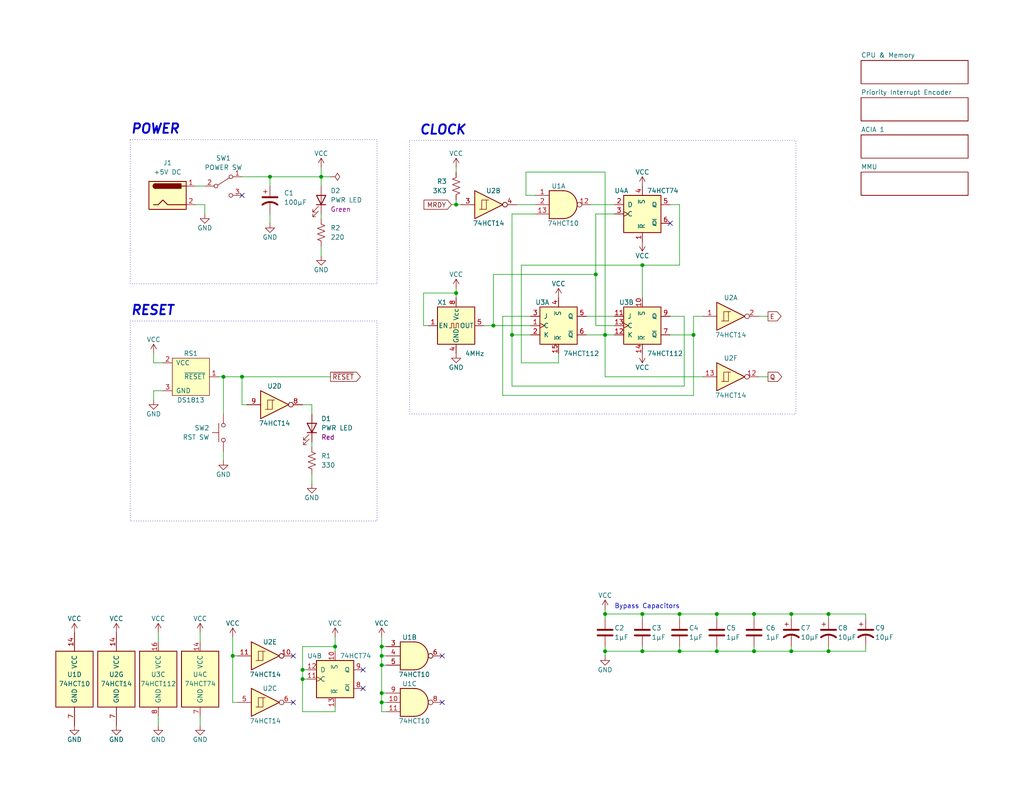
<source format=kicad_sch>
(kicad_sch (version 20230121) (generator eeschema)
  (paper "USLetter")
  (title_block (title "Power, Reset, Clock") (date "2024-01-16") (rev "1.0") (company "Frédéric Segard") (comment 1 "MicroHobbyist's Retro Homebrew Computers") (comment 2 "microhobbyist.com"))
  (lib_symbols
    (symbol "0_Library:DS1813" (pin_names (offset 1.016))
      (property "Reference" "RS" (at 0 2.54 0))
      (property "Value" "DS1813" (at 0 0 0))
      (symbol "DS1813_0_1"
        (rectangle (start 5.08 -1.27) (end -5.08 -11.43) (fill (type background)))
      )
      (symbol "DS1813_1_1"
        (pin output line (at 7.62 -6.35 180) (length 2.54) (name "~{RESET}") (number "1"))
        (pin input line (at -7.62 -2.54 0) (length 2.54) (name "VCC") (number "2"))
        (pin power_in line (at -7.62 -10.16 0) (length 2.54) (name "GND") (number "3"))
      )
    )
    (symbol "74xx:74HC74" (pin_names (offset 1.016))
      (property "Reference" "U" (at -7.62 8.89 0))
      (property "Value" "74HC74" (at -7.62 -8.89 0))
      (symbol "74HC74_1_0"
        (pin input line (at 0 -7.62 90) (length 2.54) (name "~{R}") (number "1"))
        (pin input line (at -7.62 2.54 0) (length 2.54) (name "D") (number "2"))
        (pin input clock (at -7.62 0 0) (length 2.54) (name "C") (number "3"))
        (pin input line (at 0 7.62 270) (length 2.54) (name "~{S}") (number "4"))
        (pin output line (at 7.62 2.54 180) (length 2.54) (name "Q") (number "5"))
        (pin output line (at 7.62 -2.54 180) (length 2.54) (name "~{Q}") (number "6"))
      )
      (symbol "74HC74_1_1"
        (rectangle (start -5.08 5.08) (end 5.08 -5.08) (stroke (width 0.254)) (fill (type background)))
      )
      (symbol "74HC74_2_0"
        (pin input line (at 0 7.62 270) (length 2.54) (name "~{S}") (number "10"))
        (pin input clock (at -7.62 0 0) (length 2.54) (name "C") (number "11"))
        (pin input line (at -7.62 2.54 0) (length 2.54) (name "D") (number "12"))
        (pin input line (at 0 -7.62 90) (length 2.54) (name "~{R}") (number "13"))
        (pin output line (at 7.62 -2.54 180) (length 2.54) (name "~{Q}") (number "8"))
        (pin output line (at 7.62 2.54 180) (length 2.54) (name "Q") (number "9"))
      )
      (symbol "74HC74_2_1"
        (rectangle (start -5.08 5.08) (end 5.08 -5.08) (stroke (width 0.254)) (fill (type background)))
      )
      (symbol "74HC74_3_0"
        (pin power_in line (at 0 10.16 270) (length 2.54) (name "VCC") (number "14"))
        (pin power_in line (at 0 -10.16 90) (length 2.54) (name "GND") (number "7"))
      )
      (symbol "74HC74_3_1"
        (rectangle (start -5.08 7.62) (end 5.08 -7.62) (stroke (width 0.254)) (fill (type background)))
      )
    )
    (symbol "74xx:74LS10" (pin_names (offset 1.016))
      (property "Reference" "U" (at 0 1.27 0))
      (property "Value" "74LS10" (at 0 -1.27 0))
      (symbol "74LS10_1_1"
        (arc (start 0 -3.81) (mid 3.7934 0) (end 0 3.81) (stroke (width 0.254)) (fill (type background)))
        (polyline (pts (xy 0 3.81) (xy -3.81 3.81) (xy -3.81 -3.81) (xy 0 -3.81)) (stroke (width 0.254)) (fill (type background)))
        (pin input line (at -7.62 2.54 0) (length 3.81) (name "~") (number "1"))
        (pin output inverted (at 7.62 0 180) (length 3.81) (name "~") (number "12"))
        (pin input line (at -7.62 -2.54 0) (length 3.81) (name "~") (number "13"))
        (pin input line (at -7.62 0 0) (length 3.81) (name "~") (number "2"))
      )
      (symbol "74LS10_1_2"
        (arc (start -3.81 -3.81) (mid -2.589 0) (end -3.81 3.81) (stroke (width 0.254)))
        (arc (start -0.6096 -3.81) (mid 2.1842 -2.5851) (end 3.81 0) (stroke (width 0.254)) (fill (type background)))
        (polyline (pts (xy -3.81 -3.81) (xy -0.635 -3.81)) (stroke (width 0.254)) (fill (type background)))
        (polyline (pts (xy -3.81 3.81) (xy -0.635 3.81)) (stroke (width 0.254)) (fill (type background)))
        (polyline (pts (xy -0.635 3.81) (xy -3.81 3.81) (xy -3.81 3.81) (xy -3.556 3.4036) (xy -3.0226 2.2606) (xy -2.6924 1.0414) (xy -2.6162 -0.254) (xy -2.7686 -1.4986) (xy -3.175 -2.7178) (xy -3.81 -3.81) (xy -3.81 -3.81) (xy -0.635 -3.81)) (stroke (width -25.4)) (fill (type background)))
        (arc (start 3.81 0) (mid 2.1915 2.5936) (end -0.6096 3.81) (stroke (width 0.254)) (fill (type background)))
        (pin input inverted (at -7.62 2.54 0) (length 4.318) (name "~") (number "1"))
        (pin output line (at 7.62 0 180) (length 3.81) (name "~") (number "12"))
        (pin input inverted (at -7.62 -2.54 0) (length 4.318) (name "~") (number "13"))
        (pin input inverted (at -7.62 0 0) (length 4.953) (name "~") (number "2"))
      )
      (symbol "74LS10_2_1"
        (arc (start 0 -3.81) (mid 3.7934 0) (end 0 3.81) (stroke (width 0.254)) (fill (type background)))
        (polyline (pts (xy 0 3.81) (xy -3.81 3.81) (xy -3.81 -3.81) (xy 0 -3.81)) (stroke (width 0.254)) (fill (type background)))
        (pin input line (at -7.62 2.54 0) (length 3.81) (name "~") (number "3"))
        (pin input line (at -7.62 0 0) (length 3.81) (name "~") (number "4"))
        (pin input line (at -7.62 -2.54 0) (length 3.81) (name "~") (number "5"))
        (pin output inverted (at 7.62 0 180) (length 3.81) (name "~") (number "6"))
      )
      (symbol "74LS10_2_2"
        (arc (start -3.81 -3.81) (mid -2.589 0) (end -3.81 3.81) (stroke (width 0.254)))
        (arc (start -0.6096 -3.81) (mid 2.1842 -2.5851) (end 3.81 0) (stroke (width 0.254)) (fill (type background)))
        (polyline (pts (xy -3.81 -3.81) (xy -0.635 -3.81)) (stroke (width 0.254)) (fill (type background)))
        (polyline (pts (xy -3.81 3.81) (xy -0.635 3.81)) (stroke (width 0.254)) (fill (type background)))
        (polyline (pts (xy -0.635 3.81) (xy -3.81 3.81) (xy -3.81 3.81) (xy -3.556 3.4036) (xy -3.0226 2.2606) (xy -2.6924 1.0414) (xy -2.6162 -0.254) (xy -2.7686 -1.4986) (xy -3.175 -2.7178) (xy -3.81 -3.81) (xy -3.81 -3.81) (xy -0.635 -3.81)) (stroke (width -25.4)) (fill (type background)))
        (arc (start 3.81 0) (mid 2.1915 2.5936) (end -0.6096 3.81) (stroke (width 0.254)) (fill (type background)))
        (pin input inverted (at -7.62 2.54 0) (length 4.318) (name "~") (number "3"))
        (pin input inverted (at -7.62 0 0) (length 4.953) (name "~") (number "4"))
        (pin input inverted (at -7.62 -2.54 0) (length 4.318) (name "~") (number "5"))
        (pin output line (at 7.62 0 180) (length 3.81) (name "~") (number "6"))
      )
      (symbol "74LS10_3_1"
        (arc (start 0 -3.81) (mid 3.7934 0) (end 0 3.81) (stroke (width 0.254)) (fill (type background)))
        (polyline (pts (xy 0 3.81) (xy -3.81 3.81) (xy -3.81 -3.81) (xy 0 -3.81)) (stroke (width 0.254)) (fill (type background)))
        (pin input line (at -7.62 0 0) (length 3.81) (name "~") (number "10"))
        (pin input line (at -7.62 -2.54 0) (length 3.81) (name "~") (number "11"))
        (pin output inverted (at 7.62 0 180) (length 3.81) (name "~") (number "8"))
        (pin input line (at -7.62 2.54 0) (length 3.81) (name "~") (number "9"))
      )
      (symbol "74LS10_3_2"
        (arc (start -3.81 -3.81) (mid -2.589 0) (end -3.81 3.81) (stroke (width 0.254)))
        (arc (start -0.6096 -3.81) (mid 2.1842 -2.5851) (end 3.81 0) (stroke (width 0.254)) (fill (type background)))
        (polyline (pts (xy -3.81 -3.81) (xy -0.635 -3.81)) (stroke (width 0.254)) (fill (type background)))
        (polyline (pts (xy -3.81 3.81) (xy -0.635 3.81)) (stroke (width 0.254)) (fill (type background)))
        (polyline (pts (xy -0.635 3.81) (xy -3.81 3.81) (xy -3.81 3.81) (xy -3.556 3.4036) (xy -3.0226 2.2606) (xy -2.6924 1.0414) (xy -2.6162 -0.254) (xy -2.7686 -1.4986) (xy -3.175 -2.7178) (xy -3.81 -3.81) (xy -3.81 -3.81) (xy -0.635 -3.81)) (stroke (width -25.4)) (fill (type background)))
        (arc (start 3.81 0) (mid 2.1915 2.5936) (end -0.6096 3.81) (stroke (width 0.254)) (fill (type background)))
        (pin input inverted (at -7.62 0 0) (length 4.953) (name "~") (number "10"))
        (pin input inverted (at -7.62 -2.54 0) (length 4.318) (name "~") (number "11"))
        (pin output line (at 7.62 0 180) (length 3.81) (name "~") (number "8"))
        (pin input inverted (at -7.62 2.54 0) (length 4.318) (name "~") (number "9"))
      )
      (symbol "74LS10_4_0"
        (pin power_in line (at 0 12.7 270) (length 5.08) (name "VCC") (number "14"))
        (pin power_in line (at 0 -12.7 90) (length 5.08) (name "GND") (number "7"))
      )
      (symbol "74LS10_4_1"
        (rectangle (start -5.08 7.62) (end 5.08 -7.62) (stroke (width 0.254)) (fill (type background)))
      )
    )
    (symbol "74xx:74LS112" (pin_names (offset 1.016))
      (property "Reference" "U" (at -7.62 8.89 0))
      (property "Value" "74LS112" (at -7.62 -8.89 0))
      (symbol "74LS112_1_0"
        (pin input clock (at -7.62 0 0) (length 2.54) (name "C") (number "1"))
        (pin input line (at 0 -7.62 90) (length 2.54) (name "~{R}") (number "15"))
        (pin input line (at -7.62 -2.54 0) (length 2.54) (name "K") (number "2"))
        (pin input line (at -7.62 2.54 0) (length 2.54) (name "J") (number "3"))
        (pin input line (at 0 7.62 270) (length 2.54) (name "~{S}") (number "4"))
        (pin output line (at 7.62 2.54 180) (length 2.54) (name "Q") (number "5"))
        (pin output line (at 7.62 -2.54 180) (length 2.54) (name "~{Q}") (number "6"))
      )
      (symbol "74LS112_1_1"
        (rectangle (start -5.08 5.08) (end 5.08 -5.08) (stroke (width 0.254)) (fill (type background)))
      )
      (symbol "74LS112_2_0"
        (pin input line (at 0 7.62 270) (length 2.54) (name "~{S}") (number "10"))
        (pin input line (at -7.62 2.54 0) (length 2.54) (name "J") (number "11"))
        (pin input line (at -7.62 -2.54 0) (length 2.54) (name "K") (number "12"))
        (pin input clock (at -7.62 0 0) (length 2.54) (name "C") (number "13"))
        (pin input line (at 0 -7.62 90) (length 2.54) (name "~{R}") (number "14"))
        (pin output line (at 7.62 -2.54 180) (length 2.54) (name "~{Q}") (number "7"))
        (pin output line (at 7.62 2.54 180) (length 2.54) (name "Q") (number "9"))
      )
      (symbol "74LS112_2_1"
        (rectangle (start -5.08 5.08) (end 5.08 -5.08) (stroke (width 0.254)) (fill (type background)))
      )
      (symbol "74LS112_3_0"
        (pin power_in line (at 0 10.16 270) (length 2.54) (name "VCC") (number "16"))
        (pin power_in line (at 0 -10.16 90) (length 2.54) (name "GND") (number "8"))
      )
      (symbol "74LS112_3_1"
        (rectangle (start -5.08 7.62) (end 5.08 -7.62) (stroke (width 0.254)) (fill (type background)))
      )
    )
    (symbol "74xx:74LS14" (pin_names (offset 1.016))
      (property "Reference" "U" (at 0 1.27 0))
      (property "Value" "74LS14" (at 0 -1.27 0))
      (symbol "74LS14_1_0"
        (polyline (pts (xy -3.81 3.81) (xy -3.81 -3.81) (xy 3.81 0) (xy -3.81 3.81)) (stroke (width 0.254)) (fill (type background)))
        (pin input line (at -7.62 0 0) (length 3.81) (name "~") (number "1"))
        (pin output inverted (at 7.62 0 180) (length 3.81) (name "~") (number "2"))
      )
      (symbol "74LS14_1_1"
        (polyline (pts (xy -1.905 -1.27) (xy -1.905 1.27) (xy -0.635 1.27)))
        (polyline (pts (xy -2.54 -1.27) (xy -0.635 -1.27) (xy -0.635 1.27) (xy 0 1.27)))
      )
      (symbol "74LS14_2_0"
        (polyline (pts (xy -3.81 3.81) (xy -3.81 -3.81) (xy 3.81 0) (xy -3.81 3.81)) (stroke (width 0.254)) (fill (type background)))
        (pin input line (at -7.62 0 0) (length 3.81) (name "~") (number "3"))
        (pin output inverted (at 7.62 0 180) (length 3.81) (name "~") (number "4"))
      )
      (symbol "74LS14_2_1"
        (polyline (pts (xy -1.905 -1.27) (xy -1.905 1.27) (xy -0.635 1.27)))
        (polyline (pts (xy -2.54 -1.27) (xy -0.635 -1.27) (xy -0.635 1.27) (xy 0 1.27)))
      )
      (symbol "74LS14_3_0"
        (polyline (pts (xy -3.81 3.81) (xy -3.81 -3.81) (xy 3.81 0) (xy -3.81 3.81)) (stroke (width 0.254)) (fill (type background)))
        (pin input line (at -7.62 0 0) (length 3.81) (name "~") (number "5"))
        (pin output inverted (at 7.62 0 180) (length 3.81) (name "~") (number "6"))
      )
      (symbol "74LS14_3_1"
        (polyline (pts (xy -1.905 -1.27) (xy -1.905 1.27) (xy -0.635 1.27)))
        (polyline (pts (xy -2.54 -1.27) (xy -0.635 -1.27) (xy -0.635 1.27) (xy 0 1.27)))
      )
      (symbol "74LS14_4_0"
        (polyline (pts (xy -3.81 3.81) (xy -3.81 -3.81) (xy 3.81 0) (xy -3.81 3.81)) (stroke (width 0.254)) (fill (type background)))
        (pin output inverted (at 7.62 0 180) (length 3.81) (name "~") (number "8"))
        (pin input line (at -7.62 0 0) (length 3.81) (name "~") (number "9"))
      )
      (symbol "74LS14_4_1"
        (polyline (pts (xy -1.905 -1.27) (xy -1.905 1.27) (xy -0.635 1.27)))
        (polyline (pts (xy -2.54 -1.27) (xy -0.635 -1.27) (xy -0.635 1.27) (xy 0 1.27)))
      )
      (symbol "74LS14_5_0"
        (polyline (pts (xy -3.81 3.81) (xy -3.81 -3.81) (xy 3.81 0) (xy -3.81 3.81)) (stroke (width 0.254)) (fill (type background)))
        (pin output inverted (at 7.62 0 180) (length 3.81) (name "~") (number "10"))
        (pin input line (at -7.62 0 0) (length 3.81) (name "~") (number "11"))
      )
      (symbol "74LS14_5_1"
        (polyline (pts (xy -1.905 -1.27) (xy -1.905 1.27) (xy -0.635 1.27)))
        (polyline (pts (xy -2.54 -1.27) (xy -0.635 -1.27) (xy -0.635 1.27) (xy 0 1.27)))
      )
      (symbol "74LS14_6_0"
        (polyline (pts (xy -3.81 3.81) (xy -3.81 -3.81) (xy 3.81 0) (xy -3.81 3.81)) (stroke (width 0.254)) (fill (type background)))
        (pin output inverted (at 7.62 0 180) (length 3.81) (name "~") (number "12"))
        (pin input line (at -7.62 0 0) (length 3.81) (name "~") (number "13"))
      )
      (symbol "74LS14_6_1"
        (polyline (pts (xy -1.905 -1.27) (xy -1.905 1.27) (xy -0.635 1.27)))
        (polyline (pts (xy -2.54 -1.27) (xy -0.635 -1.27) (xy -0.635 1.27) (xy 0 1.27)))
      )
      (symbol "74LS14_7_0"
        (pin power_in line (at 0 12.7 270) (length 5.08) (name "VCC") (number "14"))
        (pin power_in line (at 0 -12.7 90) (length 5.08) (name "GND") (number "7"))
      )
      (symbol "74LS14_7_1"
        (rectangle (start -5.08 7.62) (end 5.08 -7.62) (stroke (width 0.254)) (fill (type background)))
      )
    )
    (symbol "Connector:Barrel_Jack" (pin_names (offset 1.016))
      (property "Reference" "J" (at 0 5.334 0))
      (property "Value" "Barrel_Jack" (at 0 -5.08 0))
      (symbol "Barrel_Jack_0_1"
        (rectangle (start -5.08 3.81) (end 5.08 -3.81) (stroke (width 0.254)) (fill (type background)))
        (arc (start -3.302 3.175) (mid -3.9343 2.54) (end -3.302 1.905) (stroke (width 0.254)))
        (arc (start -3.302 3.175) (mid -3.9343 2.54) (end -3.302 1.905) (stroke (width 0.254)) (fill (type outline)))
        (polyline (pts (xy 5.08 2.54) (xy 3.81 2.54)) (stroke (width 0.254)))
        (polyline (pts (xy -3.81 -2.54) (xy -2.54 -2.54) (xy -1.27 -1.27) (xy 0 -2.54) (xy 2.54 -2.54) (xy 5.08 -2.54)) (stroke (width 0.254)))
        (rectangle (start 3.683 3.175) (end -3.302 1.905) (stroke (width 0.254)) (fill (type outline)))
      )
      (symbol "Barrel_Jack_1_1"
        (pin passive line (at 7.62 2.54 180) (length 2.54) (name "~") (number "1"))
        (pin passive line (at 7.62 -2.54 180) (length 2.54) (name "~") (number "2"))
      )
    )
    (symbol "Device:C" (pin_numbers hide) (pin_names (offset 0.254))
      (property "Reference" "C" (at 0.635 2.54 0))
      (property "Value" "C" (at 0.635 -2.54 0))
      (symbol "C_0_1"
        (polyline (pts (xy -2.032 -0.762) (xy 2.032 -0.762)) (stroke (width 0.508)))
        (polyline (pts (xy -2.032 0.762) (xy 2.032 0.762)) (stroke (width 0.508)))
      )
      (symbol "C_1_1"
        (pin passive line (at 0 3.81 270) (length 2.794) (name "~") (number "1"))
        (pin passive line (at 0 -3.81 90) (length 2.794) (name "~") (number "2"))
      )
    )
    (symbol "Device:C_Polarized_US" (pin_numbers hide) (pin_names (offset 0.254) hide)
      (property "Reference" "C" (at 0.635 2.54 0))
      (property "Value" "C_Polarized_US" (at 0.635 -2.54 0))
      (symbol "C_Polarized_US_0_1"
        (polyline (pts (xy -2.032 0.762) (xy 2.032 0.762)) (stroke (width 0.508)))
        (polyline (pts (xy -1.778 2.286) (xy -0.762 2.286)))
        (polyline (pts (xy -1.27 1.778) (xy -1.27 2.794)))
        (arc (start 2.032 -1.27) (mid 0 -0.5572) (end -2.032 -1.27) (stroke (width 0.508)))
      )
      (symbol "C_Polarized_US_1_1"
        (pin passive line (at 0 3.81 270) (length 2.794) (name "~") (number "1"))
        (pin passive line (at 0 -3.81 90) (length 3.302) (name "~") (number "2"))
      )
    )
    (symbol "Device:LED" (pin_numbers hide) (pin_names (offset 1.016) hide)
      (property "Reference" "D" (at 0 2.54 0))
      (property "Value" "LED" (at 0 -2.54 0))
      (symbol "LED_0_1"
        (polyline (pts (xy -1.27 -1.27) (xy -1.27 1.27)) (stroke (width 0.254)))
        (polyline (pts (xy -1.27 0) (xy 1.27 0)))
        (polyline (pts (xy 1.27 -1.27) (xy 1.27 1.27) (xy -1.27 0) (xy 1.27 -1.27)) (stroke (width 0.254)))
        (polyline (pts (xy -3.048 -0.762) (xy -4.572 -2.286) (xy -3.81 -2.286) (xy -4.572 -2.286) (xy -4.572 -1.524)))
        (polyline (pts (xy -1.778 -0.762) (xy -3.302 -2.286) (xy -2.54 -2.286) (xy -3.302 -2.286) (xy -3.302 -1.524)))
      )
      (symbol "LED_1_1"
        (pin passive line (at -3.81 0 0) (length 2.54) (name "K") (number "1"))
        (pin passive line (at 3.81 0 180) (length 2.54) (name "A") (number "2"))
      )
    )
    (symbol "Device:R_US" (pin_numbers hide) (pin_names (offset 0))
      (property "Reference" "R" (at 2.54 0 90))
      (property "Value" "R_US" (at -2.54 0 90))
      (symbol "R_US_0_1"
        (polyline (pts (xy 0 -2.286) (xy 0 -2.54)))
        (polyline (pts (xy 0 2.286) (xy 0 2.54)))
        (polyline (pts (xy 0 -0.762) (xy 1.016 -1.143) (xy 0 -1.524) (xy -1.016 -1.905) (xy 0 -2.286)))
        (polyline (pts (xy 0 0.762) (xy 1.016 0.381) (xy 0 0) (xy -1.016 -0.381) (xy 0 -0.762)))
        (polyline (pts (xy 0 2.286) (xy 1.016 1.905) (xy 0 1.524) (xy -1.016 1.143) (xy 0 0.762)))
      )
      (symbol "R_US_1_1"
        (pin passive line (at 0 3.81 270) (length 1.27) (name "~") (number "1"))
        (pin passive line (at 0 -3.81 90) (length 1.27) (name "~") (number "2"))
      )
    )
    (symbol "Oscillator:CXO_DIP8" (pin_names (offset 0.254))
      (property "Reference" "X" (at -5.08 6.35 0))
      (property "Value" "CXO_DIP8" (at 1.27 -6.35 0))
      (symbol "CXO_DIP8_0_1"
        (rectangle (start -5.08 5.08) (end 5.08 -5.08) (stroke (width 0.254)) (fill (type background)))
        (polyline (pts (xy -1.905 -0.635) (xy -1.27 -0.635) (xy -1.27 0.635) (xy -0.635 0.635) (xy -0.635 -0.635) (xy 0 -0.635) (xy 0 0.635) (xy 0.635 0.635) (xy 0.635 -0.635)))
      )
      (symbol "CXO_DIP8_1_1"
        (pin input line (at -7.62 0 0) (length 2.54) (name "EN") (number "1"))
        (pin power_in line (at 0 -7.62 90) (length 2.54) (name "GND") (number "4"))
        (pin output line (at 7.62 0 180) (length 2.54) (name "OUT") (number "5"))
        (pin power_in line (at 0 7.62 270) (length 2.54) (name "Vcc") (number "8"))
      )
    )
    (symbol "Switch:SW_Push" (pin_numbers hide) (pin_names (offset 1.016) hide)
      (property "Reference" "SW" (at 1.27 2.54 0))
      (property "Value" "SW_Push" (at 0 -1.524 0))
      (symbol "SW_Push_0_1"
        (circle (center -2.032 0) (radius 0.508))
        (polyline (pts (xy 0 1.27) (xy 0 3.048)))
        (polyline (pts (xy 2.54 1.27) (xy -2.54 1.27)))
        (circle (center 2.032 0) (radius 0.508))
        (pin passive line (at -5.08 0 0) (length 2.54) (name "1") (number "1"))
        (pin passive line (at 5.08 0 180) (length 2.54) (name "2") (number "2"))
      )
    )
    (symbol "Switch:SW_SPDT" (pin_names (offset 0) hide)
      (property "Reference" "SW" (at 0 4.318 0))
      (property "Value" "SW_SPDT" (at 0 -5.08 0))
      (symbol "SW_SPDT_0_0"
        (circle (center -2.032 0) (radius 0.508))
        (circle (center 2.032 -2.54) (radius 0.508))
      )
      (symbol "SW_SPDT_0_1"
        (polyline (pts (xy -1.524 0.254) (xy 1.651 2.286)))
        (circle (center 2.032 2.54) (radius 0.508))
      )
      (symbol "SW_SPDT_1_1"
        (pin passive line (at 5.08 2.54 180) (length 2.54) (name "A") (number "1"))
        (pin passive line (at -5.08 0 0) (length 2.54) (name "B") (number "2"))
        (pin passive line (at 5.08 -2.54 180) (length 2.54) (name "C") (number "3"))
      )
    )
    (symbol "power:GND" (power) (pin_names (offset 0))
      (property "Value" "GND" (at 0 -3.81 0))
      (symbol "GND_0_1"
        (polyline (pts (xy 0 0) (xy 0 -1.27) (xy 1.27 -1.27) (xy 0 -2.54) (xy -1.27 -1.27) (xy 0 -1.27)))
      )
      (symbol "GND_1_1"
        (pin power_in line (at 0 0 270) (length 0) hide (name "GND") (number "1"))
      )
    )
    (symbol "power:PWR_FLAG" (power) (pin_numbers hide) (pin_names (offset 0) hide)
      (property "Value" "PWR_FLAG" (at 0 3.81 0))
      (symbol "PWR_FLAG_0_0"
        (pin power_out line (at 0 0 90) (length 0) (name "pwr") (number "1"))
      )
      (symbol "PWR_FLAG_0_1"
        (polyline (pts (xy 0 0) (xy 0 1.27) (xy -1.016 1.905) (xy 0 2.54) (xy 1.016 1.905) (xy 0 1.27)))
      )
    )
    (symbol "power:VCC" (power) (pin_names (offset 0))
      (property "Value" "VCC" (at 0 3.81 0))
      (symbol "VCC_0_1"
        (polyline (pts (xy -0.762 1.27) (xy 0 2.54)))
        (polyline (pts (xy 0 0) (xy 0 2.54)))
        (polyline (pts (xy 0 2.54) (xy 0.762 1.27)))
      )
      (symbol "VCC_1_1"
        (pin power_in line (at 0 0 90) (length 0) hide (name "VCC") (number "1"))
      )
    )
  )
  (junction (at 185.42 167.64))
  (junction (at 104.14 179.07))
  (junction (at 104.14 191.77))
  (junction (at 139.7 91.44))
  (junction (at 226.06 167.64))
  (junction (at 104.14 181.61))
  (junction (at 205.74 177.8))
  (junction (at 60.96 102.87))
  (junction (at 175.26 72.39))
  (junction (at 104.14 189.23))
  (junction (at 165.1 91.44))
  (junction (at 185.42 177.8))
  (junction (at 205.74 167.64))
  (junction (at 162.56 74.93))
  (junction (at 87.63 48.26))
  (junction (at 189.23 91.44))
  (junction (at 175.26 177.8))
  (junction (at 165.1 177.8))
  (junction (at 66.04 102.87))
  (junction (at 63.5 179.07))
  (junction (at 91.44 176.53))
  (junction (at 124.46 80.01))
  (junction (at 134.62 88.9))
  (junction (at 215.9 167.64))
  (junction (at 165.1 167.64))
  (junction (at 82.55 185.42))
  (junction (at 73.66 48.26))
  (junction (at 195.58 177.8))
  (junction (at 215.9 177.8))
  (junction (at 195.58 167.64))
  (junction (at 226.06 177.8))
  (junction (at 82.55 182.88))
  (junction (at 175.26 167.64))
  (junction (at 104.14 176.53))
  (junction (at 124.46 55.88))
  (no_connect (at 80.01 179.07))
  (no_connect (at 120.65 191.77))
  (no_connect (at 80.01 191.77))
  (no_connect (at 120.65 179.07))
  (no_connect (at 99.06 187.96))
  (no_connect (at 66.04 53.34))
  (no_connect (at 99.06 182.88))
  (no_connect (at 182.88 60.96))
  (wire (pts (xy 236.22 176.53) (xy 236.22 177.8)))
  (wire (pts (xy 63.5 173.99) (xy 63.5 179.07)))
  (wire (pts (xy 215.9 177.8) (xy 226.06 177.8)))
  (wire (pts (xy 43.18 195.58) (xy 43.18 198.12)))
  (wire (pts (xy 104.14 189.23) (xy 105.41 189.23)))
  (wire (pts (xy 207.01 102.87) (xy 209.55 102.87)))
  (wire (pts (xy 137.16 86.36) (xy 137.16 107.95)))
  (wire (pts (xy 87.63 48.26) (xy 73.66 48.26)))
  (wire (pts (xy 87.63 58.42) (xy 87.63 59.69)))
  (wire (pts (xy 91.44 194.31) (xy 82.55 194.31)))
  (wire (pts (xy 63.5 179.07) (xy 63.5 191.77)))
  (wire (pts (xy 186.69 86.36) (xy 186.69 105.41)))
  (wire (pts (xy 182.88 86.36) (xy 186.69 86.36)))
  (wire (pts (xy 175.26 167.64) (xy 185.42 167.64)))
  (wire (pts (xy 87.63 48.26) (xy 87.63 50.8)))
  (wire (pts (xy 165.1 91.44) (xy 165.1 46.99)))
  (wire (pts (xy 161.29 55.88) (xy 167.64 55.88)))
  (wire (pts (xy 124.46 78.74) (xy 124.46 80.01)))
  (wire (pts (xy 165.1 177.8) (xy 175.26 177.8)))
  (wire (pts (xy 87.63 67.31) (xy 87.63 69.85)))
  (wire (pts (xy 143.51 53.34) (xy 146.05 53.34)))
  (wire (pts (xy 85.09 129.54) (xy 85.09 132.08)))
  (wire (pts (xy 189.23 91.44) (xy 182.88 91.44)))
  (wire (pts (xy 104.14 181.61) (xy 104.14 179.07)))
  (wire (pts (xy 104.14 181.61) (xy 105.41 181.61)))
  (wire (pts (xy 186.69 105.41) (xy 139.7 105.41)))
  (wire (pts (xy 207.01 86.36) (xy 209.55 86.36)))
  (wire (pts (xy 205.74 167.64) (xy 205.74 168.91)))
  (wire (pts (xy 43.18 172.72) (xy 43.18 175.26)))
  (wire (pts (xy 142.24 99.06) (xy 142.24 72.39)))
  (wire (pts (xy 105.41 194.31) (xy 104.14 194.31)))
  (wire (pts (xy 66.04 102.87) (xy 66.04 110.49)))
  (wire (pts (xy 44.45 99.06) (xy 41.91 99.06)))
  (wire (pts (xy 167.64 88.9) (xy 162.56 88.9)))
  (wire (pts (xy 195.58 167.64) (xy 205.74 167.64)))
  (wire (pts (xy 152.4 96.52) (xy 152.4 99.06)))
  (wire (pts (xy 185.42 55.88) (xy 182.88 55.88)))
  (wire (pts (xy 82.55 176.53) (xy 91.44 176.53)))
  (wire (pts (xy 54.61 172.72) (xy 54.61 175.26)))
  (wire (pts (xy 134.62 88.9) (xy 144.78 88.9)))
  (wire (pts (xy 104.14 176.53) (xy 105.41 176.53)))
  (wire (pts (xy 139.7 91.44) (xy 139.7 58.42)))
  (wire (pts (xy 82.55 182.88) (xy 83.82 182.88)))
  (wire (pts (xy 143.51 46.99) (xy 143.51 53.34)))
  (wire (pts (xy 236.22 167.64) (xy 236.22 168.91)))
  (wire (pts (xy 54.61 195.58) (xy 54.61 198.12)))
  (wire (pts (xy 142.24 72.39) (xy 175.26 72.39)))
  (wire (pts (xy 82.55 110.49) (xy 85.09 110.49)))
  (wire (pts (xy 87.63 45.72) (xy 87.63 48.26)))
  (wire (pts (xy 53.34 55.88) (xy 55.88 55.88)))
  (wire (pts (xy 185.42 167.64) (xy 185.42 168.91)))
  (wire (pts (xy 165.1 177.8) (xy 165.1 179.07)))
  (wire (pts (xy 60.96 102.87) (xy 60.96 113.03)))
  (wire (pts (xy 215.9 177.8) (xy 205.74 177.8)))
  (wire (pts (xy 104.14 189.23) (xy 104.14 181.61)))
  (wire (pts (xy 162.56 58.42) (xy 162.56 74.93)))
  (wire (pts (xy 139.7 58.42) (xy 146.05 58.42)))
  (wire (pts (xy 124.46 55.88) (xy 125.73 55.88)))
  (wire (pts (xy 144.78 86.36) (xy 137.16 86.36)))
  (wire (pts (xy 165.1 176.53) (xy 165.1 177.8)))
  (wire (pts (xy 124.46 54.61) (xy 124.46 55.88)))
  (wire (pts (xy 162.56 58.42) (xy 167.64 58.42)))
  (wire (pts (xy 195.58 167.64) (xy 195.58 168.91)))
  (wire (pts (xy 82.55 194.31) (xy 82.55 185.42)))
  (wire (pts (xy 41.91 99.06) (xy 41.91 96.52)))
  (wire (pts (xy 226.06 167.64) (xy 226.06 168.91)))
  (wire (pts (xy 63.5 191.77) (xy 64.77 191.77)))
  (wire (pts (xy 226.06 167.64) (xy 236.22 167.64)))
  (wire (pts (xy 123.19 55.88) (xy 124.46 55.88)))
  (wire (pts (xy 85.09 110.49) (xy 85.09 113.03)))
  (wire (pts (xy 73.66 58.42) (xy 73.66 60.96)))
  (wire (pts (xy 91.44 176.53) (xy 91.44 173.99)))
  (wire (pts (xy 165.1 167.64) (xy 175.26 167.64)))
  (wire (pts (xy 175.26 176.53) (xy 175.26 177.8)))
  (wire (pts (xy 215.9 168.91) (xy 215.9 167.64)))
  (wire (pts (xy 185.42 177.8) (xy 195.58 177.8)))
  (wire (pts (xy 175.26 167.64) (xy 175.26 168.91)))
  (wire (pts (xy 137.16 107.95) (xy 189.23 107.95)))
  (wire (pts (xy 60.96 102.87) (xy 59.69 102.87)))
  (wire (pts (xy 134.62 74.93) (xy 162.56 74.93)))
  (wire (pts (xy 175.26 177.8) (xy 185.42 177.8)))
  (wire (pts (xy 189.23 107.95) (xy 189.23 91.44)))
  (wire (pts (xy 91.44 193.04) (xy 91.44 194.31)))
  (wire (pts (xy 140.97 55.88) (xy 146.05 55.88)))
  (wire (pts (xy 162.56 88.9) (xy 162.56 74.93)))
  (wire (pts (xy 185.42 176.53) (xy 185.42 177.8)))
  (wire (pts (xy 165.1 102.87) (xy 165.1 91.44)))
  (wire (pts (xy 189.23 86.36) (xy 191.77 86.36)))
  (wire (pts (xy 104.14 194.31) (xy 104.14 191.77)))
  (wire (pts (xy 160.02 86.36) (xy 167.64 86.36)))
  (wire (pts (xy 60.96 102.87) (xy 66.04 102.87)))
  (wire (pts (xy 165.1 46.99) (xy 143.51 46.99)))
  (wire (pts (xy 191.77 102.87) (xy 165.1 102.87)))
  (wire (pts (xy 104.14 191.77) (xy 105.41 191.77)))
  (wire (pts (xy 66.04 102.87) (xy 90.17 102.87)))
  (wire (pts (xy 152.4 99.06) (xy 142.24 99.06)))
  (wire (pts (xy 175.26 72.39) (xy 185.42 72.39)))
  (wire (pts (xy 160.02 91.44) (xy 165.1 91.44)))
  (wire (pts (xy 124.46 80.01) (xy 124.46 81.28)))
  (wire (pts (xy 115.57 88.9) (xy 115.57 80.01)))
  (wire (pts (xy 139.7 91.44) (xy 144.78 91.44)))
  (wire (pts (xy 67.31 110.49) (xy 66.04 110.49)))
  (wire (pts (xy 60.96 123.19) (xy 60.96 125.73)))
  (wire (pts (xy 134.62 74.93) (xy 134.62 88.9)))
  (wire (pts (xy 115.57 80.01) (xy 124.46 80.01)))
  (wire (pts (xy 185.42 167.64) (xy 195.58 167.64)))
  (wire (pts (xy 175.26 72.39) (xy 175.26 81.28)))
  (wire (pts (xy 215.9 167.64) (xy 226.06 167.64)))
  (wire (pts (xy 185.42 72.39) (xy 185.42 55.88)))
  (wire (pts (xy 215.9 176.53) (xy 215.9 177.8)))
  (wire (pts (xy 195.58 177.8) (xy 205.74 177.8)))
  (wire (pts (xy 91.44 176.53) (xy 91.44 177.8)))
  (wire (pts (xy 215.9 167.64) (xy 205.74 167.64)))
  (wire (pts (xy 85.09 120.65) (xy 85.09 121.92)))
  (wire (pts (xy 116.84 88.9) (xy 115.57 88.9)))
  (wire (pts (xy 87.63 48.26) (xy 90.17 48.26)))
  (wire (pts (xy 124.46 45.72) (xy 124.46 46.99)))
  (wire (pts (xy 226.06 176.53) (xy 226.06 177.8)))
  (wire (pts (xy 44.45 106.68) (xy 41.91 106.68)))
  (wire (pts (xy 82.55 185.42) (xy 83.82 185.42)))
  (wire (pts (xy 139.7 105.41) (xy 139.7 91.44)))
  (wire (pts (xy 165.1 167.64) (xy 165.1 168.91)))
  (wire (pts (xy 104.14 173.99) (xy 104.14 176.53)))
  (wire (pts (xy 82.55 182.88) (xy 82.55 176.53)))
  (wire (pts (xy 41.91 106.68) (xy 41.91 109.22)))
  (wire (pts (xy 82.55 185.42) (xy 82.55 182.88)))
  (wire (pts (xy 63.5 179.07) (xy 64.77 179.07)))
  (wire (pts (xy 66.04 48.26) (xy 73.66 48.26)))
  (wire (pts (xy 55.88 55.88) (xy 55.88 58.42)))
  (wire (pts (xy 189.23 86.36) (xy 189.23 91.44)))
  (wire (pts (xy 195.58 176.53) (xy 195.58 177.8)))
  (wire (pts (xy 53.34 50.8) (xy 55.88 50.8)))
  (wire (pts (xy 165.1 166.37) (xy 165.1 167.64)))
  (wire (pts (xy 104.14 179.07) (xy 104.14 176.53)))
  (wire (pts (xy 104.14 179.07) (xy 105.41 179.07)))
  (wire (pts (xy 73.66 48.26) (xy 73.66 50.8)))
  (wire (pts (xy 104.14 191.77) (xy 104.14 189.23)))
  (wire (pts (xy 132.08 88.9) (xy 134.62 88.9)))
  (wire (pts (xy 165.1 91.44) (xy 167.64 91.44)))
  (wire (pts (xy 226.06 177.8) (xy 236.22 177.8)))
  (wire (pts (xy 205.74 176.53) (xy 205.74 177.8)))
  (rectangle (start 35.56 38.1) (end 102.87 77.47) (stroke (width 0) (type dot)))
  (rectangle (start 111.76 38.354) (end 217.17 113.03) (stroke (width 0) (type dot)))
  (rectangle (start 35.56 87.63) (end 102.87 142.24) (stroke (width 0) (type dot)))
  (text "RESET" (at 35.56 86.36 0) (effects (font (size 2.54 2.54) (thickness 0.508) bold italic) (justify left bottom)))
  (text "Bypass Capacitors" (at 167.64 166.37 0) (effects (font (size 1.27 1.27)) (justify left bottom)))
  (text "CLOCK" (at 114.3 37.084 0) (effects (font (size 2.54 2.54) (thickness 0.508) bold italic) (justify left bottom)))
  (text "POWER" (at 35.56 36.83 0) (effects (font (size 2.54 2.54) (thickness 0.508) bold italic) (justify left bottom)))
  (global_label "MRDY" (shape input) (at 123.19 55.88 180) (property "Intersheetrefs" "${INTERSHEET_REFS}" (effects hide)))
  (global_label "~{RESET}" (shape output) (at 90.17 102.87 0) (property "Intersheetrefs" "${INTERSHEET_REFS}" (effects hide)))
  (global_label "E" (shape output) (at 209.55 86.36 0) (property "Intersheetrefs" "${INTERSHEET_REFS}" (effects hide)))
  (global_label "Q" (shape output) (at 209.55 102.87 0) (property "Intersheetrefs" "${INTERSHEET_REFS}" (effects hide)))
  (symbol (lib_id "Device:R_US") (at 85.09 125.73 0) (unit 1)
    (property "Reference" "R1" (at 87.63 124.46 0) (effects (justify left)))
    (property "Value" "330" (at 87.63 127 0) (effects (justify left)))
  )
  (symbol (lib_id "Device:C") (at 165.1 172.72 0) (unit 1)
    (property "Reference" "C2" (at 167.64 171.45 0) (effects (justify left)))
    (property "Value" "1µF" (at 167.64 173.99 0) (effects (justify left)))
  )
  (symbol (lib_id "power:GND") (at 43.18 198.12 0) (mirror y) (unit 1)
    (property "Reference" "#PWR08" (effects hide))
    (property "Value" "GND" (at 43.18 201.93 0))
  )
  (symbol (lib_id "74xx:74LS14") (at 74.93 110.49 0) (unit 4)
    (property "Reference" "U2" (at 74.93 105.41 0))
    (property "Value" "74HCT14" (at 74.93 115.57 0))
    (property "Datasheet" "http://www.ti.com/lit/gpn/sn74LS14" (effects hide))
  )
  (symbol (lib_id "74xx:74LS14") (at 31.75 185.42 0) (mirror y) (unit 7)
    (property "Reference" "U2" (at 31.75 184.15 0))
    (property "Value" "74HCT14" (at 31.75 186.69 0))
    (property "Datasheet" "http://www.ti.com/lit/gpn/sn74LS14" (effects hide))
  )
  (symbol (lib_id "74xx:74HC74") (at 175.26 58.42 0) (unit 1)
    (property "Reference" "U4" (at 167.64 52.07 0) (effects (justify left)))
    (property "Value" "74HCT74" (at 176.53 52.07 0) (effects (justify left)))
    (property "Datasheet" "74xx/74hc_hct74.pdf" (effects hide))
  )
  (symbol (lib_id "power:GND") (at 31.75 198.12 0) (mirror y) (unit 1)
    (property "Reference" "#PWR04" (effects hide))
    (property "Value" "GND" (at 31.75 201.93 0))
  )
  (symbol (lib_id "power:VCC") (at 175.26 96.52 180) (unit 1)
    (property "Reference" "#PWR028" (effects hide))
    (property "Value" "VCC" (at 175.26 100.33 0))
  )
  (symbol (lib_id "power:VCC") (at 104.14 173.99 0) (unit 1)
    (property "Reference" "#PWR019" (effects hide))
    (property "Value" "VCC" (at 104.14 170.18 0))
  )
  (symbol (lib_id "power:GND") (at 87.63 69.85 0) (unit 1)
    (property "Reference" "#PWR017" (effects hide))
    (property "Value" "GND" (at 87.63 73.66 0))
  )
  (symbol (lib_id "74xx:74LS14") (at 199.39 102.87 0) (unit 6)
    (property "Reference" "U2" (at 199.39 97.79 0))
    (property "Value" "74HCT14" (at 199.39 107.95 0))
    (property "Datasheet" "http://www.ti.com/lit/gpn/sn74LS14" (effects hide))
  )
  (symbol (lib_id "Device:C_Polarized_US") (at 73.66 54.61 0) (unit 1)
    (property "Reference" "C1" (at 77.47 52.705 0) (effects (justify left)))
    (property "Value" "100µF" (at 77.47 55.245 0) (effects (justify left)))
  )
  (symbol (lib_id "74xx:74HC74") (at 54.61 185.42 0) (mirror y) (unit 3)
    (property "Reference" "U4" (at 54.61 184.15 0))
    (property "Value" "74HCT74" (at 54.61 186.69 0))
    (property "Datasheet" "74xx/74hc_hct74.pdf" (effects hide))
  )
  (symbol (lib_id "Device:C") (at 205.74 172.72 0) (unit 1)
    (property "Reference" "C6" (at 208.915 171.45 0) (effects (justify left)))
    (property "Value" "1µF" (at 208.915 173.99 0) (effects (justify left)))
  )
  (symbol (lib_id "power:VCC") (at 31.75 172.72 0) (mirror y) (unit 1)
    (property "Reference" "#PWR03" (effects hide))
    (property "Value" "VCC" (at 31.75 168.91 0))
  )
  (symbol (lib_id "power:VCC") (at 87.63 45.72 0) (unit 1)
    (property "Reference" "#PWR016" (effects hide))
    (property "Value" "VCC" (at 87.63 41.91 0))
  )
  (symbol (lib_id "Switch:SW_Push") (at 60.96 118.11 90) (mirror x) (unit 1)
    (property "Reference" "SW2" (at 57.15 116.84 90) (effects (justify left)))
    (property "Value" "RST SW" (at 57.15 119.38 90) (effects (justify left)))
  )
  (symbol (lib_id "74xx:74LS112") (at 43.18 185.42 0) (mirror y) (unit 3)
    (property "Reference" "U3" (at 43.18 184.15 0))
    (property "Value" "74HCT112" (at 43.18 186.69 0))
    (property "Datasheet" "http://www.ti.com/lit/gpn/sn74LS112" (effects hide))
  )
  (symbol (lib_id "Device:LED") (at 87.63 54.61 270) (mirror x) (unit 1)
    (property "Reference" "D2" (at 90.17 52.07 90) (effects (justify left)))
    (property "Value" "PWR LED" (at 90.17 54.61 90) (effects (justify left)))
    (property "Color" "Green" (at 90.17 57.15 90) (effects (justify left)))
  )
  (symbol (lib_id "Connector:Barrel_Jack") (at 45.72 53.34 0) (unit 1)
    (property "Reference" "J1" (at 45.72 44.45 0))
    (property "Value" "+5V DC" (at 45.72 46.99 0))
  )
  (symbol (lib_id "Device:C_Polarized_US") (at 226.06 172.72 0) (unit 1)
    (property "Reference" "C8" (at 228.6 171.45 0) (effects (justify left)))
    (property "Value" "10µF" (at 228.6 173.99 0) (effects (justify left)))
  )
  (symbol (lib_id "power:VCC") (at 152.4 81.28 0) (unit 1)
    (property "Reference" "#PWR023" (effects hide))
    (property "Value" "VCC" (at 152.4 77.47 0))
  )
  (symbol (lib_id "Device:C_Polarized_US") (at 236.22 172.72 0) (unit 1)
    (property "Reference" "C9" (at 238.76 171.45 0) (effects (justify left)))
    (property "Value" "10µF" (at 238.76 173.99 0) (effects (justify left)))
  )
  (symbol (lib_id "74xx:74LS14") (at 72.39 179.07 0) (unit 5)
    (property "Reference" "U2" (at 73.66 175.26 0))
    (property "Value" "74HCT14" (at 72.39 184.15 0))
    (property "Datasheet" "http://www.ti.com/lit/gpn/sn74LS14" (effects hide))
  )
  (symbol (lib_id "Oscillator:CXO_DIP8") (at 124.46 88.9 0) (unit 1)
    (property "Reference" "X1" (at 120.65 82.55 0))
    (property "Value" "4MHz" (at 129.54 96.52 0))
    (property "Footprint" "Oscillator:Oscillator_DIP-8" (effects hide))
    (property "Datasheet" "http://cdn-reichelt.de/documents/datenblatt/B400/OSZI.pdf" (effects hide))
  )
  (symbol (lib_id "74xx:74LS112") (at 175.26 88.9 0) (unit 2)
    (property "Reference" "U3" (at 168.91 82.55 0) (effects (justify left)))
    (property "Value" "74HCT112" (at 176.53 96.52 0) (effects (justify left)))
    (property "Datasheet" "http://www.ti.com/lit/gpn/sn74LS112" (effects hide))
  )
  (symbol (lib_id "power:VCC") (at 41.91 96.52 0) (unit 1)
    (property "Reference" "#PWR05" (effects hide))
    (property "Value" "VCC" (at 41.91 92.71 0))
  )
  (symbol (lib_id "power:GND") (at 85.09 132.08 0) (unit 1)
    (property "Reference" "#PWR015" (effects hide))
    (property "Value" "GND" (at 85.09 135.89 0))
  )
  (symbol (lib_id "power:GND") (at 41.91 109.22 0) (unit 1)
    (property "Reference" "#PWR06" (effects hide))
    (property "Value" "GND" (at 41.91 113.03 0))
  )
  (symbol (lib_id "power:VCC") (at 165.1 166.37 0) (unit 1)
    (property "Reference" "#PWR024" (effects hide))
    (property "Value" "VCC" (at 165.1 162.56 0))
  )
  (symbol (lib_id "power:VCC") (at 175.26 50.8 0) (unit 1)
    (property "Reference" "#PWR026" (effects hide))
    (property "Value" "VCC" (at 175.26 46.99 0))
  )
  (symbol (lib_id "74xx:74LS14") (at 199.39 86.36 0) (unit 1)
    (property "Reference" "U2" (at 199.39 81.28 0))
    (property "Value" "74HCT14" (at 199.39 91.44 0))
    (property "Datasheet" "http://www.ti.com/lit/gpn/sn74LS14" (effects hide))
  )
  (symbol (lib_id "Device:C") (at 195.58 172.72 0) (unit 1)
    (property "Reference" "C5" (at 198.12 171.45 0) (effects (justify left)))
    (property "Value" "1µF" (at 198.12 173.99 0) (effects (justify left)))
  )
  (symbol (lib_id "power:GND") (at 20.32 198.12 0) (mirror y) (unit 1)
    (property "Reference" "#PWR02" (effects hide))
    (property "Value" "GND" (at 20.32 201.93 0))
  )
  (symbol (lib_id "power:GND") (at 73.66 60.96 0) (unit 1)
    (property "Reference" "#PWR014" (effects hide))
    (property "Value" "GND" (at 73.66 64.77 0))
  )
  (symbol (lib_id "power:VCC") (at 91.44 173.99 0) (unit 1)
    (property "Reference" "#PWR018" (effects hide))
    (property "Value" "VCC" (at 91.44 170.18 0))
  )
  (symbol (lib_id "power:VCC") (at 54.61 172.72 0) (mirror y) (unit 1)
    (property "Reference" "#PWR09" (effects hide))
    (property "Value" "VCC" (at 54.61 168.91 0))
  )
  (symbol (lib_id "74xx:74LS14") (at 72.39 191.77 0) (unit 3)
    (property "Reference" "U2" (at 73.66 187.96 0))
    (property "Value" "74HCT14" (at 72.39 196.85 0))
    (property "Datasheet" "http://www.ti.com/lit/gpn/sn74LS14" (effects hide))
  )
  (symbol (lib_id "Switch:SW_SPDT") (at 60.96 50.8 0) (unit 1)
    (property "Reference" "SW1" (at 60.96 43.18 0))
    (property "Value" "POWER SW" (at 60.96 45.72 0))
  )
  (symbol (lib_id "power:VCC") (at 175.26 66.04 0) (mirror x) (unit 1)
    (property "Reference" "#PWR027" (effects hide))
    (property "Value" "VCC" (at 175.26 69.85 0))
  )
  (symbol (lib_id "power:VCC") (at 20.32 172.72 0) (mirror y) (unit 1)
    (property "Reference" "#PWR01" (effects hide))
    (property "Value" "VCC" (at 20.32 168.91 0))
  )
  (symbol (lib_id "Device:LED") (at 85.09 116.84 270) (mirror x) (unit 1)
    (property "Reference" "D1" (at 87.63 114.3 90) (effects (justify left)))
    (property "Value" "PWR LED" (at 87.63 116.84 90) (effects (justify left)))
    (property "Color" "Red" (at 87.63 119.38 90) (effects (justify left)))
  )
  (symbol (lib_id "power:GND") (at 54.61 198.12 0) (mirror y) (unit 1)
    (property "Reference" "#PWR010" (effects hide))
    (property "Value" "GND" (at 54.61 201.93 0))
  )
  (symbol (lib_id "Device:R_US") (at 124.46 50.8 0) (mirror y) (unit 1)
    (property "Reference" "R3" (at 121.92 49.53 0) (effects (justify left)))
    (property "Value" "3K3" (at 121.92 52.07 0) (effects (justify left)))
  )
  (symbol (lib_id "Device:C") (at 175.26 172.72 0) (unit 1)
    (property "Reference" "C3" (at 177.8 171.45 0) (effects (justify left)))
    (property "Value" "1µF" (at 177.8 173.99 0) (effects (justify left)))
  )
  (symbol (lib_id "Device:C") (at 185.42 172.72 0) (unit 1)
    (property "Reference" "C4" (at 187.96 171.45 0) (effects (justify left)))
    (property "Value" "1µF" (at 187.96 173.99 0) (effects (justify left)))
  )
  (symbol (lib_id "74xx:74HC74") (at 91.44 185.42 0) (unit 2)
    (property "Reference" "U4" (at 83.82 179.07 0) (effects (justify left)))
    (property "Value" "74HCT74" (at 92.71 179.07 0) (effects (justify left)))
    (property "Datasheet" "74xx/74hc_hct74.pdf" (effects hide))
  )
  (symbol (lib_id "power:GND") (at 124.46 96.52 0) (unit 1)
    (property "Reference" "#PWR022" (effects hide))
    (property "Value" "GND" (at 124.46 100.33 0))
  )
  (symbol (lib_id "Device:C_Polarized_US") (at 215.9 172.72 0) (unit 1)
    (property "Reference" "C7" (at 218.44 171.45 0) (effects (justify left)))
    (property "Value" "10µF" (at 218.44 173.99 0) (effects (justify left)))
  )
  (symbol (lib_id "power:VCC") (at 124.46 45.72 0) (unit 1)
    (property "Reference" "#PWR020" (effects hide))
    (property "Value" "VCC" (at 124.46 41.91 0))
  )
  (symbol (lib_id "power:VCC") (at 43.18 172.72 0) (mirror y) (unit 1)
    (property "Reference" "#PWR07" (effects hide))
    (property "Value" "VCC" (at 43.18 168.91 0))
  )
  (symbol (lib_id "74xx:74LS14") (at 133.35 55.88 0) (unit 2)
    (property "Reference" "U2" (at 134.62 52.07 0))
    (property "Value" "74HCT14" (at 133.35 60.96 0))
    (property "Datasheet" "http://www.ti.com/lit/gpn/sn74LS14" (effects hide))
  )
  (symbol (lib_id "74xx:74LS10") (at 20.32 185.42 0) (unit 4)
    (property "Reference" "U1" (at 20.32 184.15 0))
    (property "Value" "74HCT10" (at 20.32 186.69 0))
    (property "Datasheet" "http://www.ti.com/lit/gpn/sn74LS10" (effects hide))
  )
  (symbol (lib_id "74xx:74LS10") (at 153.67 55.88 0) (unit 1)
    (property "Reference" "U1" (at 152.4 50.8 0))
    (property "Value" "74HCT10" (at 153.67 60.96 0))
    (property "Datasheet" "http://www.ti.com/lit/gpn/sn74LS10" (effects hide))
  )
  (symbol (lib_id "power:VCC") (at 124.46 78.74 0) (unit 1)
    (property "Reference" "#PWR021" (effects hide))
    (property "Value" "VCC" (at 124.46 74.93 0))
  )
  (symbol (lib_id "power:GND") (at 55.88 58.42 0) (unit 1)
    (property "Reference" "#PWR011" (effects hide))
    (property "Value" "GND" (at 55.88 62.23 0))
  )
  (symbol (lib_id "74xx:74LS112") (at 152.4 88.9 0) (unit 1)
    (property "Reference" "U3" (at 146.05 82.55 0) (effects (justify left)))
    (property "Value" "74HCT112" (at 153.67 96.52 0) (effects (justify left)))
    (property "Datasheet" "http://www.ti.com/lit/gpn/sn74LS112" (effects hide))
  )
  (symbol (lib_id "power:PWR_FLAG") (at 90.17 48.26 270) (unit 1)
    (property "Reference" "#FLG01" (effects hide))
    (property "Value" "PWR_FLAG" (effects hide))
  )
  (symbol (lib_id "74xx:74LS10") (at 113.03 191.77 0) (unit 3)
    (property "Reference" "U1" (at 111.76 186.69 0))
    (property "Value" "74HCT10" (at 113.03 196.85 0))
    (property "Datasheet" "http://www.ti.com/lit/gpn/sn74LS10" (effects hide))
  )
  (symbol (lib_id "power:GND") (at 60.96 125.73 0) (unit 1)
    (property "Reference" "#PWR012" (effects hide))
    (property "Value" "GND" (at 60.96 129.54 0))
  )
  (symbol (lib_id "Device:R_US") (at 87.63 63.5 0) (unit 1)
    (property "Reference" "R2" (at 90.17 62.23 0) (effects (justify left)))
    (property "Value" "220" (at 90.17 64.77 0) (effects (justify left)))
  )
  (symbol (lib_id "power:GND") (at 165.1 179.07 0) (unit 1)
    (property "Reference" "#PWR025" (effects hide))
    (property "Value" "GND" (at 165.1 182.88 0))
  )
  (symbol (lib_id "74xx:74LS10") (at 113.03 179.07 0) (unit 2)
    (property "Reference" "U1" (at 111.76 173.99 0))
    (property "Value" "74HCT10" (at 113.03 184.15 0))
    (property "Datasheet" "http://www.ti.com/lit/gpn/sn74LS10" (effects hide))
  )
  (symbol (lib_id "0_Library:DS1813") (at 52.07 96.52 0) (unit 1)
    (property "Reference" "RS1" (at 52.07 96.52 0))
    (property "Value" "DS1813" (at 52.07 109.22 0))
  )
  (symbol (lib_id "power:VCC") (at 63.5 173.99 0) (unit 1)
    (property "Reference" "#PWR013" (effects hide))
    (property "Value" "VCC" (at 63.5 170.18 0))
  )
  (sheet (at 234.95 26.67) (size 29.21 6.35) (stroke (width 0.1524))
    (property "Sheetname" "Priority Interrupt Encoder" (at 234.95 25.9584 0) (effects (justify left bottom)))
    (property "Sheetfile" "Interrupt.kicad_sch" (effects hide))
  )
  (sheet (at 234.95 16.51) (size 29.21 6.35) (stroke (width 0.1524))
    (property "Sheetname" "CPU & Memory" (at 234.95 15.7984 0) (effects (justify left bottom)))
    (property "Sheetfile" "CPU & Memory.kicad_sch" (effects hide))
  )
  (sheet (at 234.95 46.99) (size 29.21 6.35) (stroke (width 0.1524))
    (property "Sheetname" "MMU" (at 234.95 46.2784 0) (effects (justify left bottom)))
    (property "Sheetfile" "MMU.kicad_sch" (effects hide))
  )
  (sheet (at 234.95 36.83) (size 29.21 6.35) (stroke (width 0.1524))
    (property "Sheetname" "ACIA 1" (at 234.95 36.1184 0) (effects (justify left bottom)))
    (property "Sheetfile" "Acia1.kicad_sch" (effects hide))
  )
)
</source>
